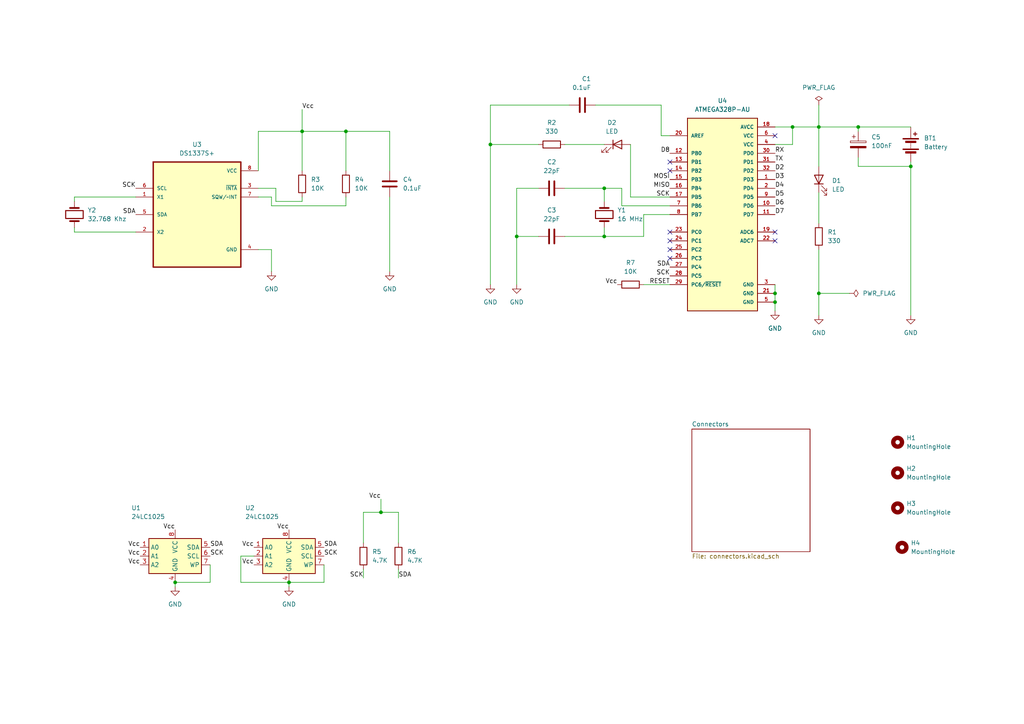
<source format=kicad_sch>
(kicad_sch (version 20230121) (generator eeschema)
  (paper "A4")
  (title_block (title "${project_name}") (date "2023-06-07") (rev "1.0"))
  (lib_symbols
    (symbol "ATMEGA328P-AU:ATMEGA328P-AU" (pin_names (offset 1.016))
      (property "Reference" "U4" (at 0 33.02 0))
      (property "Value" "ATMEGA328P-AU" (at 0 30.48 0))
      (symbol "ATMEGA328P-AU_0_0"
        (rectangle (start -10.16 -27.94) (end 10.16 27.94) (stroke (width 0.254)) (fill (type background)))
        (pin bidirectional line (at 15.24 10.16 180) (length 5.08) (name "PD3") (number "1"))
        (pin bidirectional line (at 15.24 2.54 180) (length 5.08) (name "PD6") (number "10"))
        (pin bidirectional line (at 15.24 0 180) (length 5.08) (name "PD7") (number "11"))
        (pin bidirectional line (at -15.24 17.78 0) (length 5.08) (name "PB0") (number "12"))
        (pin bidirectional line (at -15.24 15.24 0) (length 5.08) (name "PB1") (number "13"))
        (pin bidirectional line (at -15.24 12.7 0) (length 5.08) (name "PB2") (number "14"))
        (pin bidirectional line (at -15.24 10.16 0) (length 5.08) (name "PB3") (number "15"))
        (pin bidirectional line (at -15.24 7.62 0) (length 5.08) (name "PB4") (number "16"))
        (pin bidirectional line (at -15.24 5.08 0) (length 5.08) (name "PB5") (number "17"))
        (pin power_in line (at 15.24 25.4 180) (length 5.08) (name "AVCC") (number "18"))
        (pin bidirectional line (at 15.24 -5.08 180) (length 5.08) (name "ADC6") (number "19"))
        (pin bidirectional line (at 15.24 7.62 180) (length 5.08) (name "PD4") (number "2"))
        (pin input line (at -15.24 22.86 0) (length 5.08) (name "AREF") (number "20"))
        (pin power_in line (at 15.24 -22.86 180) (length 5.08) (name "GND") (number "21"))
        (pin bidirectional line (at 15.24 -7.62 180) (length 5.08) (name "ADC7") (number "22"))
        (pin bidirectional line (at -15.24 -5.08 0) (length 5.08) (name "PC0") (number "23"))
        (pin bidirectional line (at -15.24 -7.62 0) (length 5.08) (name "PC1") (number "24"))
        (pin bidirectional line (at -15.24 -10.16 0) (length 5.08) (name "PC2") (number "25"))
        (pin bidirectional line (at -15.24 -12.7 0) (length 5.08) (name "PC3") (number "26"))
        (pin bidirectional line (at -15.24 -15.24 0) (length 5.08) (name "PC4") (number "27"))
        (pin bidirectional line (at -15.24 -17.78 0) (length 5.08) (name "PC5") (number "28"))
        (pin bidirectional line (at -15.24 -20.32 0) (length 5.08) (name "PC6/~{RESET}") (number "29"))
        (pin power_in line (at 15.24 -20.32 180) (length 5.08) (name "GND") (number "3"))
        (pin bidirectional line (at 15.24 17.78 180) (length 5.08) (name "PD0") (number "30"))
        (pin bidirectional line (at 15.24 15.24 180) (length 5.08) (name "PD1") (number "31"))
        (pin bidirectional line (at 15.24 12.7 180) (length 5.08) (name "PD2") (number "32"))
        (pin power_in line (at 15.24 20.32 180) (length 5.08) (name "VCC") (number "4"))
        (pin power_in line (at 15.24 -25.4 180) (length 5.08) (name "GND") (number "5"))
        (pin power_in line (at 15.24 22.86 180) (length 5.08) (name "VCC") (number "6"))
        (pin bidirectional line (at -15.24 2.54 0) (length 5.08) (name "PB6") (number "7"))
        (pin bidirectional line (at -15.24 0 0) (length 5.08) (name "PB7") (number "8"))
        (pin bidirectional line (at 15.24 5.08 180) (length 5.08) (name "PD5") (number "9"))
      )
    )
    (symbol "DS1337S_:DS1337S+" (pin_names (offset 1.016))
      (property "Reference" "U" (at -12.7 16.24 0))
      (property "Value" "DS1337S+" (at -12.7 -19.24 0))
      (symbol "DS1337S+_0_0"
        (rectangle (start -12.7 -15.24) (end 12.7 15.24) (stroke (width 0.41)) (fill (type background)))
        (pin input line (at -17.78 5.08 0) (length 5.08) (name "X1") (number "1"))
        (pin bidirectional line (at -17.78 -5.08 0) (length 5.08) (name "X2") (number "2"))
        (pin output line (at 17.78 7.62 180) (length 5.08) (name "~{INTA}") (number "3"))
        (pin power_in line (at 17.78 -10.16 180) (length 5.08) (name "GND") (number "4"))
        (pin bidirectional line (at -17.78 0 0) (length 5.08) (name "SDA") (number "5"))
        (pin input line (at -17.78 7.62 0) (length 5.08) (name "SCL") (number "6"))
        (pin output line (at 17.78 5.08 180) (length 5.08) (name "SQW/~INT") (number "7"))
        (pin power_in line (at 17.78 12.7 180) (length 5.08) (name "VCC") (number "8"))
      )
    )
    (symbol "Device:Battery" (pin_numbers hide) (pin_names (offset 0) hide)
      (property "Reference" "BT" (at 2.54 2.54 0))
      (property "Value" "Battery" (at 2.54 0 0))
      (symbol "Battery_0_1"
        (rectangle (start -2.286 -1.27) (end 2.286 -1.524) (fill (type outline)))
        (rectangle (start -2.286 1.778) (end 2.286 1.524) (fill (type outline)))
        (rectangle (start -1.524 -2.032) (end 1.524 -2.54) (fill (type outline)))
        (rectangle (start -1.524 1.016) (end 1.524 0.508) (fill (type outline)))
        (polyline (pts (xy 0 -1.016) (xy 0 -0.762)))
        (polyline (pts (xy 0 -0.508) (xy 0 -0.254)))
        (polyline (pts (xy 0 0) (xy 0 0.254)))
        (polyline (pts (xy 0 1.778) (xy 0 2.54)))
        (polyline (pts (xy 0.762 3.048) (xy 1.778 3.048)) (stroke (width 0.254)))
        (polyline (pts (xy 1.27 3.556) (xy 1.27 2.54)) (stroke (width 0.254)))
      )
      (symbol "Battery_1_1"
        (pin passive line (at 0 5.08 270) (length 2.54) (name "+") (number "1"))
        (pin passive line (at 0 -5.08 90) (length 2.54) (name "-") (number "2"))
      )
    )
    (symbol "Device:C" (pin_numbers hide) (pin_names (offset 0.254))
      (property "Reference" "C" (at 0.635 2.54 0))
      (property "Value" "C" (at 0.635 -2.54 0))
      (symbol "C_0_1"
        (polyline (pts (xy -2.032 -0.762) (xy 2.032 -0.762)) (stroke (width 0.508)))
        (polyline (pts (xy -2.032 0.762) (xy 2.032 0.762)) (stroke (width 0.508)))
      )
      (symbol "C_1_1"
        (pin passive line (at 0 3.81 270) (length 2.794) (name "~") (number "1"))
        (pin passive line (at 0 -3.81 90) (length 2.794) (name "~") (number "2"))
      )
    )
    (symbol "Device:C_Polarized" (pin_numbers hide) (pin_names (offset 0.254))
      (property "Reference" "C" (at 0.635 2.54 0))
      (property "Value" "C_Polarized" (at 0.635 -2.54 0))
      (symbol "C_Polarized_0_1"
        (rectangle (start -2.286 0.508) (end 2.286 1.016))
        (polyline (pts (xy -1.778 2.286) (xy -0.762 2.286)))
        (polyline (pts (xy -1.27 2.794) (xy -1.27 1.778)))
        (rectangle (start 2.286 -0.508) (end -2.286 -1.016) (fill (type outline)))
      )
      (symbol "C_Polarized_1_1"
        (pin passive line (at 0 3.81 270) (length 2.794) (name "~") (number "1"))
        (pin passive line (at 0 -3.81 90) (length 2.794) (name "~") (number "2"))
      )
    )
    (symbol "Device:Crystal" (pin_numbers hide) (pin_names (offset 1.016) hide)
      (property "Reference" "Y" (at 0 3.81 0))
      (property "Value" "Crystal" (at 0 -3.81 0))
      (symbol "Crystal_0_1"
        (rectangle (start -1.143 2.54) (end 1.143 -2.54) (stroke (width 0.3048)))
        (polyline (pts (xy -2.54 0) (xy -1.905 0)))
        (polyline (pts (xy -1.905 -1.27) (xy -1.905 1.27)) (stroke (width 0.508)))
        (polyline (pts (xy 1.905 -1.27) (xy 1.905 1.27)) (stroke (width 0.508)))
        (polyline (pts (xy 2.54 0) (xy 1.905 0)))
      )
      (symbol "Crystal_1_1"
        (pin passive line (at -3.81 0 0) (length 1.27) (name "1") (number "1"))
        (pin passive line (at 3.81 0 180) (length 1.27) (name "2") (number "2"))
      )
    )
    (symbol "Device:LED" (pin_numbers hide) (pin_names (offset 1.016) hide)
      (property "Reference" "D" (at 0 2.54 0))
      (property "Value" "LED" (at 0 -2.54 0))
      (symbol "LED_0_1"
        (polyline (pts (xy -1.27 -1.27) (xy -1.27 1.27)) (stroke (width 0.254)))
        (polyline (pts (xy -1.27 0) (xy 1.27 0)))
        (polyline (pts (xy 1.27 -1.27) (xy 1.27 1.27) (xy -1.27 0) (xy 1.27 -1.27)) (stroke (width 0.254)))
        (polyline (pts (xy -3.048 -0.762) (xy -4.572 -2.286) (xy -3.81 -2.286) (xy -4.572 -2.286) (xy -4.572 -1.524)))
        (polyline (pts (xy -1.778 -0.762) (xy -3.302 -2.286) (xy -2.54 -2.286) (xy -3.302 -2.286) (xy -3.302 -1.524)))
      )
      (symbol "LED_1_1"
        (pin passive line (at -3.81 0 0) (length 2.54) (name "K") (number "1"))
        (pin passive line (at 3.81 0 180) (length 2.54) (name "A") (number "2"))
      )
    )
    (symbol "Device:R" (pin_numbers hide) (pin_names (offset 0))
      (property "Reference" "R" (at 2.032 0 90))
      (property "Value" "R" (at 0 0 90))
      (symbol "R_0_1"
        (rectangle (start -1.016 -2.54) (end 1.016 2.54) (stroke (width 0.254)))
      )
      (symbol "R_1_1"
        (pin passive line (at 0 3.81 270) (length 1.27) (name "~") (number "1"))
        (pin passive line (at 0 -3.81 90) (length 1.27) (name "~") (number "2"))
      )
    )
    (symbol "Mechanical:MountingHole" (pin_names (offset 1.016))
      (property "Reference" "H" (at 0 5.08 0))
      (property "Value" "MountingHole" (at 0 3.175 0))
      (symbol "MountingHole_0_1"
        (circle (center 0 0) (radius 1.27) (stroke (width 1.27)))
      )
    )
    (symbol "Memory_EEPROM:24LC1025"
      (property "Reference" "U" (at -6.35 6.35 0))
      (property "Value" "24LC1025" (at 1.27 6.35 0))
      (symbol "24LC1025_1_1"
        (rectangle (start -7.62 5.08) (end 7.62 -5.08) (stroke (width 0.254)) (fill (type background)))
        (pin input line (at -10.16 2.54 0) (length 2.54) (name "A0") (number "1"))
        (pin input line (at -10.16 0 0) (length 2.54) (name "A1") (number "2"))
        (pin input line (at -10.16 -2.54 0) (length 2.54) (name "A2") (number "3"))
        (pin power_in line (at 0 -7.62 90) (length 2.54) (name "GND") (number "4"))
        (pin bidirectional line (at 10.16 2.54 180) (length 2.54) (name "SDA") (number "5"))
        (pin input line (at 10.16 0 180) (length 2.54) (name "SCL") (number "6"))
        (pin input line (at 10.16 -2.54 180) (length 2.54) (name "WP") (number "7"))
        (pin power_in line (at 0 7.62 270) (length 2.54) (name "VCC") (number "8"))
      )
    )
    (symbol "power:GND" (power) (pin_names (offset 0))
      (property "Value" "GND" (at 0 -3.81 0))
      (symbol "GND_0_1"
        (polyline (pts (xy 0 0) (xy 0 -1.27) (xy 1.27 -1.27) (xy 0 -2.54) (xy -1.27 -1.27) (xy 0 -1.27)))
      )
      (symbol "GND_1_1"
        (pin power_in line (at 0 0 270) (length 0) hide (name "GND") (number "1"))
      )
    )
    (symbol "power:PWR_FLAG" (power) (pin_numbers hide) (pin_names (offset 0) hide)
      (property "Value" "PWR_FLAG" (at 0 3.81 0))
      (symbol "PWR_FLAG_0_0"
        (pin power_out line (at 0 0 90) (length 0) (name "pwr") (number "1"))
      )
      (symbol "PWR_FLAG_0_1"
        (polyline (pts (xy 0 0) (xy 0 1.27) (xy -1.016 1.905) (xy 0 2.54) (xy 1.016 1.905) (xy 0 1.27)))
      )
    )
  )
  (junction (at 175.26 54.61))
  (junction (at 83.82 168.91))
  (junction (at 100.33 38.1))
  (junction (at 142.24 41.91))
  (junction (at 149.86 68.58))
  (junction (at 50.8 168.91))
  (junction (at 87.63 38.1))
  (junction (at 248.92 36.83))
  (junction (at 175.26 68.58))
  (junction (at 224.79 85.09))
  (junction (at 229.87 36.83))
  (junction (at 224.79 87.63))
  (junction (at 237.49 85.09))
  (junction (at 237.49 36.83))
  (junction (at 264.16 48.26))
  (junction (at 110.49 148.59))
  (no_connect (at 194.31 74.93))
  (no_connect (at 224.79 39.37))
  (no_connect (at 194.31 69.85))
  (no_connect (at 194.31 67.31))
  (no_connect (at 194.31 46.99))
  (no_connect (at 194.31 49.53))
  (no_connect (at 224.79 67.31))
  (no_connect (at 224.79 69.85))
  (no_connect (at 194.31 72.39))
  (wire (pts (xy 93.98 163.83) (xy 93.98 168.91)))
  (wire (pts (xy 149.86 68.58) (xy 149.86 82.55)))
  (wire (pts (xy 248.92 48.26) (xy 264.16 48.26)))
  (wire (pts (xy 175.26 54.61) (xy 175.26 58.42)))
  (wire (pts (xy 105.41 157.48) (xy 105.41 148.59)))
  (wire (pts (xy 105.41 148.59) (xy 110.49 148.59)))
  (wire (pts (xy 237.49 85.09) (xy 246.38 85.09)))
  (wire (pts (xy 115.57 165.1) (xy 115.57 167.64)))
  (wire (pts (xy 105.41 165.1) (xy 105.41 167.64)))
  (wire (pts (xy 115.57 148.59) (xy 115.57 157.48)))
  (wire (pts (xy 182.88 57.15) (xy 194.31 57.15)))
  (wire (pts (xy 229.87 36.83) (xy 237.49 36.83)))
  (wire (pts (xy 156.21 41.91) (xy 142.24 41.91)))
  (wire (pts (xy 73.66 161.29) (xy 69.85 161.29)))
  (wire (pts (xy 39.37 57.15) (xy 21.59 57.15)))
  (wire (pts (xy 172.72 30.48) (xy 191.77 30.48)))
  (wire (pts (xy 78.74 72.39) (xy 78.74 78.74)))
  (wire (pts (xy 74.93 49.53) (xy 74.93 38.1)))
  (wire (pts (xy 74.93 54.61) (xy 80.01 54.61)))
  (wire (pts (xy 69.85 161.29) (xy 69.85 168.91)))
  (wire (pts (xy 60.96 168.91) (xy 50.8 168.91)))
  (wire (pts (xy 83.82 168.91) (xy 83.82 170.18)))
  (wire (pts (xy 39.37 67.31) (xy 21.59 67.31)))
  (wire (pts (xy 69.85 168.91) (xy 83.82 168.91)))
  (wire (pts (xy 229.87 41.91) (xy 229.87 36.83)))
  (wire (pts (xy 87.63 58.42) (xy 87.63 57.15)))
  (wire (pts (xy 110.49 148.59) (xy 115.57 148.59)))
  (wire (pts (xy 80.01 54.61) (xy 80.01 58.42)))
  (wire (pts (xy 194.31 59.69) (xy 180.34 59.69)))
  (wire (pts (xy 237.49 72.39) (xy 237.49 85.09)))
  (wire (pts (xy 248.92 36.83) (xy 248.92 38.1)))
  (wire (pts (xy 237.49 30.48) (xy 237.49 36.83)))
  (wire (pts (xy 186.69 62.23) (xy 186.69 68.58)))
  (wire (pts (xy 165.1 30.48) (xy 142.24 30.48)))
  (wire (pts (xy 87.63 31.75) (xy 87.63 38.1)))
  (wire (pts (xy 142.24 41.91) (xy 142.24 82.55)))
  (wire (pts (xy 113.03 38.1) (xy 113.03 49.53)))
  (wire (pts (xy 237.49 55.88) (xy 237.49 64.77)))
  (wire (pts (xy 163.83 41.91) (xy 175.26 41.91)))
  (wire (pts (xy 186.69 68.58) (xy 175.26 68.58)))
  (wire (pts (xy 142.24 30.48) (xy 142.24 41.91)))
  (wire (pts (xy 237.49 36.83) (xy 248.92 36.83)))
  (wire (pts (xy 163.83 68.58) (xy 175.26 68.58)))
  (wire (pts (xy 248.92 36.83) (xy 264.16 36.83)))
  (wire (pts (xy 74.93 72.39) (xy 78.74 72.39)))
  (wire (pts (xy 191.77 39.37) (xy 194.31 39.37)))
  (wire (pts (xy 224.79 85.09) (xy 224.79 87.63)))
  (wire (pts (xy 78.74 59.69) (xy 100.33 59.69)))
  (wire (pts (xy 224.79 41.91) (xy 229.87 41.91)))
  (wire (pts (xy 78.74 57.15) (xy 78.74 59.69)))
  (wire (pts (xy 237.49 36.83) (xy 237.49 48.26)))
  (wire (pts (xy 110.49 144.78) (xy 110.49 148.59)))
  (wire (pts (xy 74.93 57.15) (xy 78.74 57.15)))
  (wire (pts (xy 50.8 168.91) (xy 50.8 170.18)))
  (wire (pts (xy 149.86 54.61) (xy 149.86 68.58)))
  (wire (pts (xy 113.03 57.15) (xy 113.03 78.74)))
  (wire (pts (xy 100.33 38.1) (xy 113.03 38.1)))
  (wire (pts (xy 175.26 66.04) (xy 175.26 68.58)))
  (wire (pts (xy 191.77 30.48) (xy 191.77 39.37)))
  (wire (pts (xy 74.93 38.1) (xy 87.63 38.1)))
  (wire (pts (xy 264.16 46.99) (xy 264.16 48.26)))
  (wire (pts (xy 93.98 168.91) (xy 83.82 168.91)))
  (wire (pts (xy 163.83 54.61) (xy 175.26 54.61)))
  (wire (pts (xy 224.79 87.63) (xy 224.79 90.17)))
  (wire (pts (xy 21.59 57.15) (xy 21.59 58.42)))
  (wire (pts (xy 80.01 58.42) (xy 87.63 58.42)))
  (wire (pts (xy 149.86 68.58) (xy 156.21 68.58)))
  (wire (pts (xy 224.79 36.83) (xy 229.87 36.83)))
  (wire (pts (xy 248.92 45.72) (xy 248.92 48.26)))
  (wire (pts (xy 264.16 48.26) (xy 264.16 91.44)))
  (wire (pts (xy 100.33 59.69) (xy 100.33 57.15)))
  (wire (pts (xy 180.34 59.69) (xy 180.34 54.61)))
  (wire (pts (xy 182.88 41.91) (xy 182.88 57.15)))
  (wire (pts (xy 180.34 54.61) (xy 175.26 54.61)))
  (wire (pts (xy 87.63 38.1) (xy 87.63 49.53)))
  (wire (pts (xy 186.69 82.55) (xy 194.31 82.55)))
  (wire (pts (xy 156.21 54.61) (xy 149.86 54.61)))
  (wire (pts (xy 194.31 62.23) (xy 186.69 62.23)))
  (wire (pts (xy 100.33 38.1) (xy 100.33 49.53)))
  (wire (pts (xy 224.79 82.55) (xy 224.79 85.09)))
  (wire (pts (xy 237.49 85.09) (xy 237.49 91.44)))
  (wire (pts (xy 60.96 163.83) (xy 60.96 168.91)))
  (wire (pts (xy 21.59 67.31) (xy 21.59 66.04)))
  (wire (pts (xy 87.63 38.1) (xy 100.33 38.1)))
  (label "Vcc" (at 40.64 163.83 180))
  (label "D3" (at 224.79 52.07 0))
  (label "RESET" (at 194.31 82.55 180))
  (label "D5" (at 224.79 57.15 0))
  (label "Vcc" (at 87.63 31.75 0))
  (label "MOSI" (at 194.31 52.07 180))
  (label "Vcc" (at 179.07 82.55 180))
  (label "Vcc" (at 40.64 158.75 180))
  (label "D7" (at 224.79 62.23 0))
  (label "SCK" (at 39.37 54.61 180))
  (label "SDA" (at 39.37 62.23 180))
  (label "SCK" (at 105.41 167.64 180))
  (label "SDA" (at 115.57 167.64 0))
  (label "SCK" (at 60.96 161.29 0))
  (label "TX" (at 224.79 46.99 0))
  (label "Vcc" (at 83.82 153.67 180))
  (label "D6" (at 224.79 59.69 0))
  (label "SDA" (at 194.31 77.47 180))
  (label "RX" (at 224.79 44.45 0))
  (label "Vcc" (at 50.8 153.67 180))
  (label "Vcc" (at 73.66 158.75 180))
  (label "D2" (at 224.79 49.53 0))
  (label "Vcc" (at 73.66 163.83 180))
  (label "SDA" (at 93.98 158.75 0))
  (label "SCK" (at 93.98 161.29 0))
  (label "SCK" (at 194.31 57.15 180))
  (label "Vcc" (at 110.49 144.78 180))
  (label "D4" (at 224.79 54.61 0))
  (label "Vcc" (at 40.64 161.29 180))
  (label "SCK" (at 194.31 80.01 180))
  (label "SDA" (at 60.96 158.75 0))
  (label "MISO" (at 194.31 54.61 180))
  (label "D8" (at 194.31 44.45 180))
  (symbol (lib_id "power:GND") (at 142.24 82.55 0) (unit 1)
    (property "Reference" "#PWR09" (effects hide))
    (property "Value" "GND" (at 142.24 87.63 0))
  )
  (symbol (lib_id "power:GND") (at 149.86 82.55 0) (unit 1)
    (property "Reference" "#PWR08" (effects hide))
    (property "Value" "GND" (at 149.86 87.63 0))
  )
  (symbol (lib_id "Device:C") (at 160.02 68.58 90) (unit 1)
    (property "Reference" "C3" (at 160.02 60.96 90))
    (property "Value" "22pF" (at 160.02 63.5 90))
    (property "Footprint" "Capacitor_SMD:C_0805_2012Metric" (effects hide))
  )
  (symbol (lib_id "Device:R") (at 100.33 53.34 0) (unit 1)
    (property "Reference" "R4" (at 102.87 52.07 0) (effects (justify left)))
    (property "Value" "10K" (at 102.87 54.61 0) (effects (justify left)))
    (property "Footprint" "Resistor_SMD:R_0815_2038Metric" (effects hide))
  )
  (symbol (lib_id "power:GND") (at 264.16 91.44 0) (unit 1)
    (property "Reference" "#PWR07" (effects hide))
    (property "Value" "GND" (at 264.16 96.52 0))
  )
  (symbol (lib_id "power:GND") (at 237.49 91.44 0) (unit 1)
    (property "Reference" "#PWR06" (effects hide))
    (property "Value" "GND" (at 237.49 96.52 0))
  )
  (symbol (lib_id "power:GND") (at 78.74 78.74 0) (unit 1)
    (property "Reference" "#PWR01" (effects hide))
    (property "Value" "GND" (at 78.74 83.82 0))
  )
  (symbol (lib_id "Memory_EEPROM:24LC1025") (at 50.8 161.29 0) (unit 1)
    (property "Reference" "U1" (at 38.1 147.32 0) (effects (justify left)))
    (property "Value" "24LC1025" (at 38.1 149.86 0) (effects (justify left)))
    (property "Footprint" "Package_SO:SOIC-8_5.23x5.23mm_P1.27mm" (effects hide))
    (property "Datasheet" "http://ww1.microchip.com/downloads/en/DeviceDoc/21941B.pdf" (effects hide))
  )
  (symbol (lib_id "Device:R") (at 115.57 161.29 0) (unit 1)
    (property "Reference" "R6" (at 118.11 160.02 0) (effects (justify left)))
    (property "Value" "4.7K" (at 118.11 162.56 0) (effects (justify left)))
    (property "Footprint" "Resistor_SMD:R_0815_2038Metric" (effects hide))
  )
  (symbol (lib_id "Device:Crystal") (at 175.26 62.23 90) (unit 1)
    (property "Reference" "Y1" (at 179.07 60.96 90) (effects (justify right)))
    (property "Value" "16 MHz" (at 179.07 63.5 90) (effects (justify right)))
    (property "Footprint" "Crystal:Crystal_SMD_5032-2Pin_5.0x3.2mm_HandSoldering" (effects hide))
  )
  (symbol (lib_id "Mechanical:MountingHole") (at 261.62 158.75 0) (unit 1)
    (property "Reference" "H4" (at 264.16 157.48 0) (effects (justify left)))
    (property "Value" "MountingHole" (at 264.16 160.02 0) (effects (justify left)))
    (property "Footprint" "MountingHole:MountingHole_2.1mm" (effects hide))
  )
  (symbol (lib_id "Device:R") (at 87.63 53.34 0) (unit 1)
    (property "Reference" "R3" (at 90.17 52.07 0) (effects (justify left)))
    (property "Value" "10K" (at 90.17 54.61 0) (effects (justify left)))
    (property "Footprint" "Resistor_SMD:R_0815_2038Metric" (effects hide))
  )
  (symbol (lib_id "power:GND") (at 83.82 170.18 0) (unit 1)
    (property "Reference" "#PWR04" (effects hide))
    (property "Value" "GND" (at 83.82 175.26 0))
  )
  (symbol (lib_id "Memory_EEPROM:24LC1025") (at 83.82 161.29 0) (unit 1)
    (property "Reference" "U2" (at 71.12 147.32 0) (effects (justify left)))
    (property "Value" "24LC1025" (at 71.12 149.86 0) (effects (justify left)))
    (property "Footprint" "Package_SO:SOIC-8_5.23x5.23mm_P1.27mm" (effects hide))
    (property "Datasheet" "http://ww1.microchip.com/downloads/en/DeviceDoc/21941B.pdf" (effects hide))
  )
  (symbol (lib_id "Device:C") (at 113.03 53.34 0) (unit 1)
    (property "Reference" "C4" (at 116.84 52.07 0) (effects (justify left)))
    (property "Value" "0.1uF" (at 116.84 54.61 0) (effects (justify left)))
    (property "Footprint" "Capacitor_SMD:C_0805_2012Metric" (effects hide))
  )
  (symbol (lib_id "Mechanical:MountingHole") (at 260.35 147.32 0) (unit 1)
    (property "Reference" "H3" (at 262.89 146.05 0) (effects (justify left)))
    (property "Value" "MountingHole" (at 262.89 148.59 0) (effects (justify left)))
    (property "Footprint" "MountingHole:MountingHole_2.1mm" (effects hide))
  )
  (symbol (lib_id "Device:C_Polarized") (at 248.92 41.91 0) (unit 1)
    (property "Reference" "C5" (at 252.73 39.751 0) (effects (justify left)))
    (property "Value" "100nF" (at 252.73 42.291 0) (effects (justify left)))
    (property "Footprint" "Capacitor_SMD:C_0805_2012Metric" (effects hide))
  )
  (symbol (lib_id "Device:C") (at 168.91 30.48 90) (unit 1)
    (property "Reference" "C1" (at 171.45 22.86 90) (effects (justify left)))
    (property "Value" "0.1uF" (at 171.45 25.4 90) (effects (justify left)))
    (property "Footprint" "Capacitor_SMD:C_0805_2012Metric" (effects hide))
  )
  (symbol (lib_id "Device:LED") (at 179.07 41.91 0) (unit 1)
    (property "Reference" "D2" (at 177.4825 35.56 0))
    (property "Value" "LED" (at 177.4825 38.1 0))
    (property "Footprint" "LED_SMD:LED_0805_2012Metric" (effects hide))
  )
  (symbol (lib_id "power:PWR_FLAG") (at 246.38 85.09 270) (unit 1)
    (property "Reference" "#FLG02" (effects hide))
    (property "Value" "PWR_FLAG" (at 250.19 85.09 90) (effects (justify left)))
  )
  (symbol (lib_id "Device:R") (at 105.41 161.29 0) (unit 1)
    (property "Reference" "R5" (at 107.95 160.02 0) (effects (justify left)))
    (property "Value" "4.7K" (at 107.95 162.56 0) (effects (justify left)))
    (property "Footprint" "Resistor_SMD:R_0815_2038Metric" (effects hide))
  )
  (symbol (lib_id "Device:R") (at 237.49 68.58 0) (unit 1)
    (property "Reference" "R1" (at 240.03 67.31 0) (effects (justify left)))
    (property "Value" "330" (at 240.03 69.85 0) (effects (justify left)))
    (property "Footprint" "Resistor_SMD:R_0815_2038Metric" (effects hide))
  )
  (symbol (lib_id "Mechanical:MountingHole") (at 260.35 128.27 0) (unit 1)
    (property "Reference" "H1" (at 262.89 127 0) (effects (justify left)))
    (property "Value" "MountingHole" (at 262.89 129.54 0) (effects (justify left)))
    (property "Footprint" "MountingHole:MountingHole_2.1mm" (effects hide))
  )
  (symbol (lib_id "Device:R") (at 160.02 41.91 90) (unit 1)
    (property "Reference" "R2" (at 160.02 35.56 90))
    (property "Value" "330" (at 160.02 38.1 90))
    (property "Footprint" "Resistor_SMD:R_0815_2038Metric" (effects hide))
  )
  (symbol (lib_id "power:GND") (at 113.03 78.74 0) (unit 1)
    (property "Reference" "#PWR02" (effects hide))
    (property "Value" "GND" (at 113.03 83.82 0))
  )
  (symbol (lib_id "Device:LED") (at 237.49 52.07 90) (unit 1)
    (property "Reference" "D1" (at 241.3 52.3875 90) (effects (justify right)))
    (property "Value" "LED" (at 241.3 54.9275 90) (effects (justify right)))
    (property "Footprint" "LED_SMD:LED_0805_2012Metric" (effects hide))
  )
  (symbol (lib_id "Device:Battery") (at 264.16 41.91 0) (unit 1)
    (property "Reference" "BT1" (at 267.97 40.0685 0) (effects (justify left)))
    (property "Value" "Battery" (at 267.97 42.6085 0) (effects (justify left)))
    (property "Footprint" "Connector_PinHeader_2.54mm:PinHeader_1x02_P2.54mm_Vertical" (effects hide))
  )
  (symbol (lib_id "Mechanical:MountingHole") (at 260.35 137.16 0) (unit 1)
    (property "Reference" "H2" (at 262.89 135.89 0) (effects (justify left)))
    (property "Value" "MountingHole" (at 262.89 138.43 0) (effects (justify left)))
    (property "Footprint" "MountingHole:MountingHole_2.1mm" (effects hide))
  )
  (symbol (lib_id "Device:Crystal") (at 21.59 62.23 90) (unit 1)
    (property "Reference" "Y2" (at 25.4 60.96 90) (effects (justify right)))
    (property "Value" "32.768 Khz" (at 25.4 63.5 90) (effects (justify right)))
    (property "Footprint" "Crystal:Crystal_SMD_5032-2Pin_5.0x3.2mm_HandSoldering" (effects hide))
  )
  (symbol (lib_id "Device:R") (at 182.88 82.55 90) (unit 1)
    (property "Reference" "R7" (at 182.88 76.2 90))
    (property "Value" "10K" (at 182.88 78.74 90))
    (property "Footprint" "Resistor_SMD:R_0815_2038Metric" (effects hide))
  )
  (symbol (lib_id "Device:C") (at 160.02 54.61 90) (unit 1)
    (property "Reference" "C2" (at 160.02 46.99 90))
    (property "Value" "22pF" (at 160.02 49.53 90))
    (property "Footprint" "Capacitor_SMD:C_0805_2012Metric" (effects hide))
  )
  (symbol (lib_id "power:GND") (at 50.8 170.18 0) (unit 1)
    (property "Reference" "#PWR03" (effects hide))
    (property "Value" "GND" (at 50.8 175.26 0))
  )
  (symbol (lib_id "power:GND") (at 224.79 90.17 0) (unit 1)
    (property "Reference" "#PWR05" (effects hide))
    (property "Value" "GND" (at 224.79 95.25 0))
  )
  (symbol (lib_id "DS1337S_:DS1337S+") (at 57.15 62.23 0) (unit 1)
    (property "Reference" "U3" (at 57.15 41.91 0))
    (property "Value" "DS1337S+" (at 57.15 44.45 0))
    (property "Footprint" "DS1337S_:SOIC127P600X175-8N" (effects hide))
  )
  (symbol (lib_id "ATMEGA328P-AU:ATMEGA328P-AU") (at 209.55 62.23 0) (unit 1)
    (property "Reference" "U4" (at 209.55 29.21 0))
    (property "Value" "ATMEGA328P-AU" (at 209.55 31.75 0))
    (property "Footprint" "ATMEGA328P-AU:QFP80P900X900X120-32N" (effects hide))
    (property "MANUFACTURER" "Atmel" (effects hide))
  )
  (symbol (lib_id "power:PWR_FLAG") (at 237.49 30.48 0) (unit 1)
    (property "Reference" "#FLG01" (effects hide))
    (property "Value" "PWR_FLAG" (at 237.49 25.4 0))
  )
  (sheet (at 200.66 124.46) (size 34.29 35.56) (stroke (width 0.1524))
    (property "Sheetname" "Connectors" (at 200.66 123.7484 0) (effects (justify left bottom)))
    (property "Sheetfile" "connectors.kicad_sch" (at 200.66 160.6046 0) (effects (justify left top)))
  )
)
</source>
